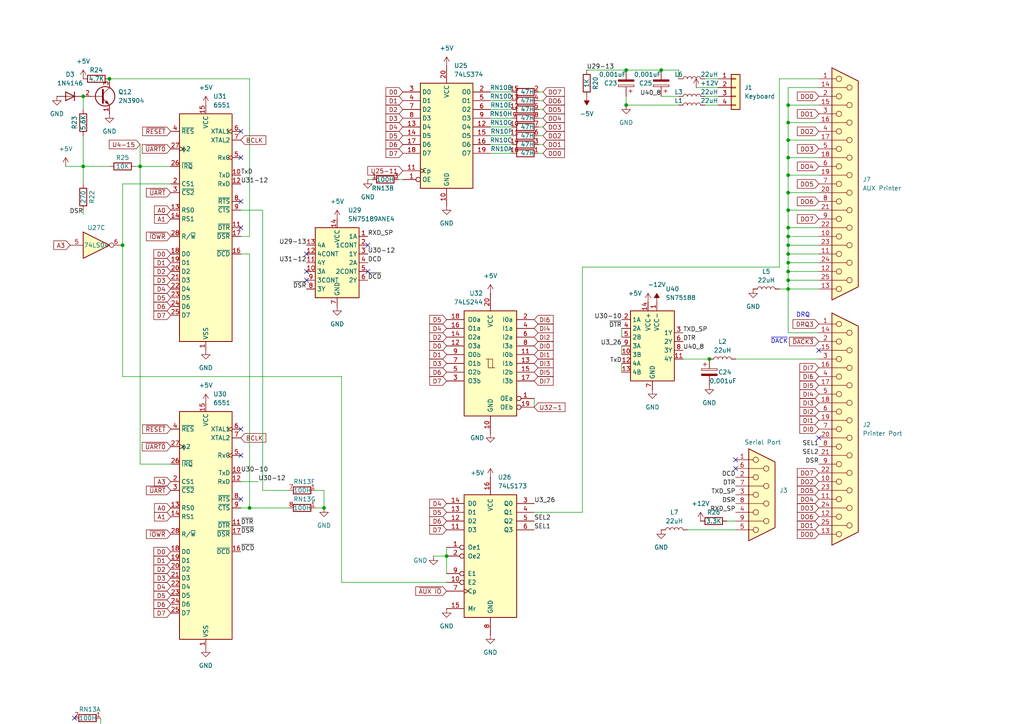
<source format=kicad_sch>
(kicad_sch (version 20250114) (generator "eeschema") (generator_version "9.0")
  (paper "A4")
  (title_block (title "C10-040-0115") (date "10/12/1982") (rev "5") (company "Cromemco"))
  (lib_symbols
    (symbol "74xx:74LS04"
      (property "Reference" "U" (at 0 1.27 0))
      (property "Value" "74LS04" (at 0 -1.27 0))
      (symbol "74LS04_1_0"
        (pin input line (at -7.62 0 0) (length 3.81) (name "~") (number "1"))
        (pin output inverted (at 7.62 0 180) (length 3.81) (name "~") (number "2"))
      )
      (symbol "74LS04_2_0"
        (pin input line (at -7.62 0 0) (length 3.81) (name "~") (number "3"))
        (pin output inverted (at 7.62 0 180) (length 3.81) (name "~") (number "4"))
      )
      (symbol "74LS04_3_0"
        (pin input line (at -7.62 0 0) (length 3.81) (name "~") (number "5"))
        (pin output inverted (at 7.62 0 180) (length 3.81) (name "~") (number "6"))
      )
      (symbol "74LS04_4_0"
        (pin input line (at -7.62 0 0) (length 3.81) (name "~") (number "9"))
        (pin output inverted (at 7.62 0 180) (length 3.81) (name "~") (number "8"))
      )
      (symbol "74LS04_5_0"
        (pin input line (at -7.62 0 0) (length 3.81) (name "~") (number "11"))
        (pin output inverted (at 7.62 0 180) (length 3.81) (name "~") (number "10"))
      )
      (symbol "74LS04_6_0"
        (pin input line (at -7.62 0 0) (length 3.81) (name "~") (number "13"))
        (pin output inverted (at 7.62 0 180) (length 3.81) (name "~") (number "12"))
      )
      (symbol "74LS04_7_0"
        (pin power_in line (at 0 12.7 270) (length 5.08) (name "VCC") (number "14"))
        (pin power_in line (at 0 -12.7 90) (length 5.08) (name "GND") (number "7"))
      )
    )
    (symbol "74xx:74LS173" (pin_names (offset 1.016))
      (property "Reference" "U" (at -7.62 19.05 0))
      (property "Value" "74LS173" (at -7.62 -19.05 0))
      (symbol "74LS173_1_0"
        (pin input line (at -12.7 15.24 0) (length 5.08) (name "D0") (number "14"))
        (pin input line (at -12.7 12.7 0) (length 5.08) (name "D1") (number "13"))
        (pin input line (at -12.7 10.16 0) (length 5.08) (name "D2") (number "12"))
        (pin input line (at -12.7 7.62 0) (length 5.08) (name "D3") (number "11"))
        (pin input inverted (at -12.7 2.54 0) (length 5.08) (name "Oe1") (number "1"))
        (pin input inverted (at -12.7 0 0) (length 5.08) (name "Oe2") (number "2"))
        (pin input inverted (at -12.7 -5.08 0) (length 5.08) (name "E1") (number "9"))
        (pin input inverted (at -12.7 -7.62 0) (length 5.08) (name "E2") (number "10"))
        (pin input clock (at -12.7 -10.16 0) (length 5.08) (name "Cp") (number "7"))
        (pin input line (at -12.7 -15.24 0) (length 5.08) (name "Mr") (number "15"))
        (pin power_in line (at 0 22.86 270) (length 5.08) (name "VCC") (number "16"))
        (pin power_in line (at 0 -22.86 90) (length 5.08) (name "GND") (number "8"))
        (pin tri_state line (at 12.7 15.24 180) (length 5.08) (name "Q0") (number "3"))
        (pin tri_state line (at 12.7 12.7 180) (length 5.08) (name "Q1") (number "4"))
        (pin tri_state line (at 12.7 10.16 180) (length 5.08) (name "Q2") (number "5"))
        (pin tri_state line (at 12.7 7.62 180) (length 5.08) (name "Q3") (number "6"))
      )
    )
    (symbol "74xx:74LS244" (pin_names (offset 1.016))
      (property "Reference" "U" (at -7.62 16.51 0))
      (property "Value" "74LS244" (at -7.62 -16.51 0))
      (symbol "74LS244_1_0"
        (pin input line (at -12.7 12.7 0) (length 5.08) (name "I0a") (number "2"))
        (pin input line (at -12.7 10.16 0) (length 5.08) (name "I1a") (number "4"))
        (pin input line (at -12.7 7.62 0) (length 5.08) (name "I2a") (number "6"))
        (pin input line (at -12.7 5.08 0) (length 5.08) (name "I3a") (number "8"))
        (pin input line (at -12.7 2.54 0) (length 5.08) (name "I0b") (number "11"))
        (pin input line (at -12.7 0 0) (length 5.08) (name "I1b") (number "13"))
        (pin input line (at -12.7 -2.54 0) (length 5.08) (name "I2b") (number "15"))
        (pin input line (at -12.7 -5.08 0) (length 5.08) (name "I3b") (number "17"))
        (pin input inverted (at -12.7 -10.16 0) (length 5.08) (name "OEa") (number "1"))
        (pin input inverted (at -12.7 -12.7 0) (length 5.08) (name "OEb") (number "19"))
        (pin power_in line (at 0 20.32 270) (length 5.08) (name "VCC") (number "20"))
        (pin power_in line (at 0 -20.32 90) (length 5.08) (name "GND") (number "10"))
        (pin tri_state line (at 12.7 12.7 180) (length 5.08) (name "O0a") (number "18"))
        (pin tri_state line (at 12.7 10.16 180) (length 5.08) (name "O1a") (number "16"))
        (pin tri_state line (at 12.7 7.62 180) (length 5.08) (name "O2a") (number "14"))
        (pin tri_state line (at 12.7 5.08 180) (length 5.08) (name "O3a") (number "12"))
        (pin tri_state line (at 12.7 2.54 180) (length 5.08) (name "O0b") (number "9"))
        (pin tri_state line (at 12.7 0 180) (length 5.08) (name "O1b") (number "7"))
        (pin tri_state line (at 12.7 -2.54 180) (length 5.08) (name "O2b") (number "5"))
        (pin tri_state line (at 12.7 -5.08 180) (length 5.08) (name "O3b") (number "3"))
      )
    )
    (symbol "74xx:74LS374"
      (property "Reference" "U" (at -7.62 16.51 0))
      (property "Value" "74LS374" (at -7.62 -16.51 0))
      (symbol "74LS374_1_0"
        (pin input line (at -12.7 12.7 0) (length 5.08) (name "D0") (number "3"))
        (pin input line (at -12.7 10.16 0) (length 5.08) (name "D1") (number "4"))
        (pin input line (at -12.7 7.62 0) (length 5.08) (name "D2") (number "7"))
        (pin input line (at -12.7 5.08 0) (length 5.08) (name "D3") (number "8"))
        (pin input line (at -12.7 2.54 0) (length 5.08) (name "D4") (number "13"))
        (pin input line (at -12.7 0 0) (length 5.08) (name "D5") (number "14"))
        (pin input line (at -12.7 -2.54 0) (length 5.08) (name "D6") (number "17"))
        (pin input line (at -12.7 -5.08 0) (length 5.08) (name "D7") (number "18"))
        (pin input clock (at -12.7 -10.16 0) (length 5.08) (name "Cp") (number "11"))
        (pin input inverted (at -12.7 -12.7 0) (length 5.08) (name "OE") (number "1"))
        (pin power_in line (at 0 20.32 270) (length 5.08) (name "VCC") (number "20"))
        (pin power_in line (at 0 -20.32 90) (length 5.08) (name "GND") (number "10"))
        (pin tri_state line (at 12.7 12.7 180) (length 5.08) (name "O0") (number "2"))
        (pin tri_state line (at 12.7 10.16 180) (length 5.08) (name "O1") (number "5"))
        (pin tri_state line (at 12.7 7.62 180) (length 5.08) (name "O2") (number "6"))
        (pin tri_state line (at 12.7 5.08 180) (length 5.08) (name "O3") (number "9"))
        (pin tri_state line (at 12.7 2.54 180) (length 5.08) (name "O4") (number "12"))
        (pin tri_state line (at 12.7 0 180) (length 5.08) (name "O5") (number "15"))
        (pin tri_state line (at 12.7 -2.54 180) (length 5.08) (name "O6") (number "16"))
        (pin tri_state line (at 12.7 -5.08 180) (length 5.08) (name "O7") (number "19"))
      )
    )
    (symbol "Connector:DB25_Socket" (pin_names (offset 1.016) (hide yes))
      (property "Reference" "J" (at 0 34.29 0))
      (property "Value" "DB25_Socket" (at 0 -34.925 0))
      (symbol "DB25_Socket_1_1"
        (pin passive line (at -7.62 30.48 0) (length 3.81) (name "1") (number "1"))
        (pin passive line (at -7.62 27.94 0) (length 3.81) (name "P14") (number "14"))
        (pin passive line (at -7.62 25.4 0) (length 3.81) (name "2") (number "2"))
        (pin passive line (at -7.62 22.86 0) (length 3.81) (name "P15") (number "15"))
        (pin passive line (at -7.62 20.32 0) (length 3.81) (name "3") (number "3"))
        (pin passive line (at -7.62 17.78 0) (length 3.81) (name "P16") (number "16"))
        (pin passive line (at -7.62 15.24 0) (length 3.81) (name "4") (number "4"))
        (pin passive line (at -7.62 12.7 0) (length 3.81) (name "P17") (number "17"))
        (pin passive line (at -7.62 10.16 0) (length 3.81) (name "5") (number "5"))
        (pin passive line (at -7.62 7.62 0) (length 3.81) (name "P18") (number "18"))
        (pin passive line (at -7.62 5.08 0) (length 3.81) (name "6") (number "6"))
        (pin passive line (at -7.62 2.54 0) (length 3.81) (name "P19") (number "19"))
        (pin passive line (at -7.62 0 0) (length 3.81) (name "7") (number "7"))
        (pin passive line (at -7.62 -2.54 0) (length 3.81) (name "P20") (number "20"))
        (pin passive line (at -7.62 -5.08 0) (length 3.81) (name "8") (number "8"))
        (pin passive line (at -7.62 -7.62 0) (length 3.81) (name "P21") (number "21"))
        (pin passive line (at -7.62 -10.16 0) (length 3.81) (name "9") (number "9"))
        (pin passive line (at -7.62 -12.7 0) (length 3.81) (name "P22") (number "22"))
        (pin passive line (at -7.62 -15.24 0) (length 3.81) (name "10") (number "10"))
        (pin passive line (at -7.62 -17.78 0) (length 3.81) (name "P23") (number "23"))
        (pin passive line (at -7.62 -20.32 0) (length 3.81) (name "11") (number "11"))
        (pin passive line (at -7.62 -22.86 0) (length 3.81) (name "P24") (number "24"))
        (pin passive line (at -7.62 -25.4 0) (length 3.81) (name "12") (number "12"))
        (pin passive line (at -7.62 -27.94 0) (length 3.81) (name "P25") (number "25"))
        (pin passive line (at -7.62 -30.48 0) (length 3.81) (name "13") (number "13"))
      )
    )
    (symbol "Connector:DE9_Socket" (pin_names (offset 1.016) (hide yes))
      (property "Reference" "J" (at 0 13.97 0))
      (property "Value" "DE9_Socket" (at 0 -14.605 0))
      (symbol "DE9_Socket_1_1"
        (pin passive line (at -7.62 10.16 0) (length 3.81) (name "1") (number "1"))
        (pin passive line (at -7.62 7.62 0) (length 3.81) (name "6") (number "6"))
        (pin passive line (at -7.62 5.08 0) (length 3.81) (name "2") (number "2"))
        (pin passive line (at -7.62 2.54 0) (length 3.81) (name "7") (number "7"))
        (pin passive line (at -7.62 0 0) (length 3.81) (name "3") (number "3"))
        (pin passive line (at -7.62 -2.54 0) (length 3.81) (name "8") (number "8"))
        (pin passive line (at -7.62 -5.08 0) (length 3.81) (name "4") (number "4"))
        (pin passive line (at -7.62 -7.62 0) (length 3.81) (name "9") (number "9"))
        (pin passive line (at -7.62 -10.16 0) (length 3.81) (name "5") (number "5"))
      )
    )
    (symbol "Connector_Generic:Conn_01x04" (pin_names (offset 1.016) (hide yes))
      (property "Reference" "J" (at 0 5.08 0))
      (property "Value" "Conn_01x04" (at 0 -7.62 0))
      (symbol "Conn_01x04_1_1"
        (pin passive line (at -5.08 2.54 0) (length 3.81) (name "Pin_1") (number "1"))
        (pin passive line (at -5.08 0 0) (length 3.81) (name "Pin_2") (number "2"))
        (pin passive line (at -5.08 -2.54 0) (length 3.81) (name "Pin_3") (number "3"))
        (pin passive line (at -5.08 -5.08 0) (length 3.81) (name "Pin_4") (number "4"))
      )
    )
    (symbol "Cromemco_C10:6551"
      (property "Reference" "U" (at 2.54 38.1 0))
      (property "Value" "6551" (at 2.54 35.56 0))
      (symbol "6551_1_1"
        (pin input line (at -10.16 27.94 0) (length 2.54) (name "~{RES}") (number "4"))
        (pin input clock (at -10.16 22.86 0) (length 2.54) (name "ϕ2") (number "27"))
        (pin open_collector line (at -10.16 17.78 0) (length 2.54) (name "~{IRQ}") (number "26"))
        (pin input line (at -10.16 12.7 0) (length 2.54) (name "CS1") (number "2"))
        (pin input line (at -10.16 10.16 0) (length 2.54) (name "~{CS2}") (number "3"))
        (pin input line (at -10.16 5.08 0) (length 2.54) (name "RS0") (number "13"))
        (pin input line (at -10.16 2.54 0) (length 2.54) (name "RS1") (number "14"))
        (pin input line (at -10.16 -2.54 0) (length 2.54) (name "R/~{W}") (number "28"))
        (pin bidirectional line (at -10.16 -7.62 0) (length 2.54) (name "D0") (number "18"))
        (pin bidirectional line (at -10.16 -10.16 0) (length 2.54) (name "D1") (number "19"))
        (pin bidirectional line (at -10.16 -12.7 0) (length 2.54) (name "D2") (number "20"))
        (pin bidirectional line (at -10.16 -15.24 0) (length 2.54) (name "D3") (number "21"))
        (pin bidirectional line (at -10.16 -17.78 0) (length 2.54) (name "D4") (number "22"))
        (pin bidirectional line (at -10.16 -20.32 0) (length 2.54) (name "D5") (number "23"))
        (pin bidirectional line (at -10.16 -22.86 0) (length 2.54) (name "D6") (number "24"))
        (pin bidirectional line (at -10.16 -25.4 0) (length 2.54) (name "D7") (number "25"))
        (pin power_in line (at 0 35.56 270) (length 2.54) (name "VCC") (number "15"))
        (pin power_in line (at 0 -35.56 90) (length 2.54) (name "VSS") (number "1"))
        (pin input clock (at 10.16 27.94 180) (length 2.54) (name "XTAL1") (number "6"))
        (pin output line (at 10.16 25.4 180) (length 2.54) (name "XTAL2") (number "7"))
        (pin bidirectional clock (at 10.16 20.32 180) (length 2.54) (name "RxC") (number "5"))
        (pin output line (at 10.16 15.24 180) (length 2.54) (name "TxD") (number "10"))
        (pin input line (at 10.16 12.7 180) (length 2.54) (name "RxD") (number "12"))
        (pin output line (at 10.16 7.62 180) (length 2.54) (name "~{RTS}") (number "8"))
        (pin input line (at 10.16 5.08 180) (length 2.54) (name "~{CTS}") (number "9"))
        (pin output line (at 10.16 0 180) (length 2.54) (name "~{DTR}") (number "11"))
        (pin input line (at 10.16 -2.54 180) (length 2.54) (name "~{DSR}") (number "17"))
        (pin input line (at 10.16 -7.62 180) (length 2.54) (name "~{DCD}") (number "16"))
      )
    )
    (symbol "Cromemco_C10:SN75188"
      (property "Reference" "U" (at 11.43 7.62 0))
      (property "Value" "SN75188" (at 11.43 5.08 0))
      (symbol "SN75188_1_1"
        (pin input line (at -8.89 0 0) (length 2.54) (name "1A") (number "2"))
        (pin input line (at -8.89 -2.54 0) (length 2.54) (name "2A") (number "4"))
        (pin input line (at -8.89 -5.08 0) (length 2.54) (name "2B") (number "5"))
        (pin input line (at -8.89 -7.62 0) (length 2.54) (name "3A") (number "9"))
        (pin input line (at -8.89 -10.16 0) (length 2.54) (name "3B") (number "10"))
        (pin input line (at -8.89 -12.7 0) (length 2.54) (name "4A") (number "12"))
        (pin input line (at -8.89 -15.24 0) (length 2.54) (name "4B") (number "13"))
        (pin power_in line (at -1.27 5.08 270) (length 2.54) (name "VCC+") (number "14"))
        (pin power_in line (at 0 -20.32 90) (length 2.54) (name "GND") (number "7"))
        (pin power_in line (at 1.27 5.08 270) (length 2.54) (name "VCC-") (number "1"))
        (pin output line (at 8.89 -3.81 180) (length 2.54) (name "1Y") (number "3"))
        (pin output line (at 8.89 -6.35 180) (length 2.54) (name "2Y") (number "6"))
        (pin output line (at 8.89 -8.89 180) (length 2.54) (name "3Y") (number "8"))
        (pin output line (at 8.89 -11.43 180) (length 2.54) (name "4Y") (number "11"))
      )
    )
    (symbol "Cromemco_C10:SN75189ANE4"
      (property "Reference" "U" (at 11.43 7.62 0))
      (property "Value" "SN75189ANE4" (at 11.43 5.08 0))
      (symbol "SN75189ANE4_1_1"
        (pin input line (at -8.89 0 0) (length 2.54) (name "1A") (number "1"))
        (pin input line (at -8.89 -2.54 0) (length 2.54) (name "1CONT") (number "2"))
        (pin output line (at -8.89 -5.08 0) (length 2.54) (name "1Y") (number "3"))
        (pin input line (at -8.89 -7.62 0) (length 2.54) (name "2A") (number "4"))
        (pin input line (at -8.89 -10.16 0) (length 2.54) (name "2CONT") (number "5"))
        (pin output line (at -8.89 -12.7 0) (length 2.54) (name "2Y") (number "6"))
        (pin power_in line (at 0 5.08 270) (length 2.54) (name "VCC") (number "14"))
        (pin power_in line (at 0 -20.32 90) (length 2.54) (name "GND") (number "7"))
        (pin input line (at 8.89 -2.54 180) (length 2.54) (name "4A") (number "13"))
        (pin input line (at 8.89 -5.08 180) (length 2.54) (name "4CONT") (number "12"))
        (pin output line (at 8.89 -7.62 180) (length 2.54) (name "4Y") (number "11"))
        (pin input line (at 8.89 -10.16 180) (length 2.54) (name "3A") (number "10"))
        (pin input line (at 8.89 -12.7 180) (length 2.54) (name "3CONT") (number "9"))
        (pin output line (at 8.89 -15.24 180) (length 2.54) (name "3Y") (number "8"))
      )
    )
    (symbol "Device:C_Polarized" (pin_numbers (hide yes)) (pin_names (offset 0.254))
      (property "Reference" "C" (at 0.635 2.54 0))
      (property "Value" "C_Polarized" (at 0.635 -2.54 0))
      (symbol "C_Polarized_1_1"
        (pin passive line (at 0 3.81 270) (length 2.794) (name "~") (number "1"))
        (pin passive line (at 0 -3.81 90) (length 2.794) (name "~") (number "2"))
      )
    )
    (symbol "Device:L" (pin_numbers (hide yes)) (pin_names (offset 1.016) (hide yes))
      (property "Reference" "L" (at -1.27 0 90))
      (property "Value" "L" (at 1.905 0 90))
      (symbol "L_1_1"
        (pin passive line (at 0 3.81 270) (length 1.27) (name "1") (number "1"))
        (pin passive line (at 0 -3.81 90) (length 1.27) (name "2") (number "2"))
      )
    )
    (symbol "Device:R" (pin_numbers (hide yes)) (pin_names (offset 0))
      (property "Reference" "R" (at 2.032 0 90))
      (property "Value" "R" (at 0 0 90))
      (symbol "R_1_1"
        (pin passive line (at 0 3.81 270) (length 1.27) (name "~") (number "1"))
        (pin passive line (at 0 -3.81 90) (length 1.27) (name "~") (number "2"))
      )
    )
    (symbol "Device:R_Network08_Split" (pin_names (offset 0) (hide yes))
      (property "Reference" "RN" (at 2.032 0 90))
      (property "Value" "R_Network08_Split" (at 0 0 90))
      (symbol "R_Network08_Split_0_1"
        (pin passive line (at 0 3.81 270) (length 1.27) (name "R1") (number "1"))
      )
      (symbol "R_Network08_Split_1_1"
        (pin passive line (at 0 -3.81 90) (length 1.27) (name "R1.2") (number "2"))
      )
      (symbol "R_Network08_Split_2_1"
        (pin passive line (at 0 -3.81 90) (length 1.27) (name "R2.2") (number "3"))
      )
      (symbol "R_Network08_Split_3_1"
        (pin passive line (at 0 -3.81 90) (length 1.27) (name "R3.2") (number "4"))
      )
      (symbol "R_Network08_Split_4_1"
        (pin passive line (at 0 -3.81 90) (length 1.27) (name "R4.2") (number "5"))
      )
      (symbol "R_Network08_Split_5_1"
        (pin passive line (at 0 -3.81 90) (length 1.27) (name "R5.2") (number "6"))
      )
      (symbol "R_Network08_Split_6_1"
        (pin passive line (at 0 -3.81 90) (length 1.27) (name "R6.2") (number "7"))
      )
      (symbol "R_Network08_Split_7_1"
        (pin passive line (at 0 -3.81 90) (length 1.27) (name "R7.2") (number "8"))
      )
      (symbol "R_Network08_Split_8_1"
        (pin passive line (at 0 -3.81 90) (length 1.27) (name "R8.2") (number "9"))
      )
    )
    (symbol "Device:R_Pack08_Split" (pin_names (offset 0) (hide yes))
      (property "Reference" "RN" (at 2.032 0 90))
      (property "Value" "R_Pack08_Split" (at 0 0 90))
      (symbol "R_Pack08_Split_1_1"
        (pin passive line (at 0 3.81 270) (length 1.27) (name "R1.2") (number "16"))
        (pin passive line (at 0 -3.81 90) (length 1.27) (name "R1.1") (number "1"))
      )
      (symbol "R_Pack08_Split_2_1"
        (pin passive line (at 0 3.81 270) (length 1.27) (name "R2.2") (number "15"))
        (pin passive line (at 0 -3.81 90) (length 1.27) (name "R2.1") (number "2"))
      )
      (symbol "R_Pack08_Split_3_1"
        (pin passive line (at 0 3.81 270) (length 1.27) (name "R3.2") (number "14"))
        (pin passive line (at 0 -3.81 90) (length 1.27) (name "R3.1") (number "3"))
      )
      (symbol "R_Pack08_Split_4_1"
        (pin passive line (at 0 3.81 270) (length 1.27) (name "R4.2") (number "13"))
        (pin passive line (at 0 -3.81 90) (length 1.27) (name "R4.1") (number "4"))
      )
      (symbol "R_Pack08_Split_5_1"
        (pin passive line (at 0 3.81 270) (length 1.27) (name "R5.2") (number "12"))
        (pin passive line (at 0 -3.81 90) (length 1.27) (name "R5.1") (number "5"))
      )
      (symbol "R_Pack08_Split_6_1"
        (pin passive line (at 0 3.81 270) (length 1.27) (name "R6.2") (number "11"))
        (pin passive line (at 0 -3.81 90) (length 1.27) (name "R6.1") (number "6"))
      )
      (symbol "R_Pack08_Split_7_1"
        (pin passive line (at 0 3.81 270) (length 1.27) (name "R7.2") (number "10"))
        (pin passive line (at 0 -3.81 90) (length 1.27) (name "R7.1") (number "7"))
      )
      (symbol "R_Pack08_Split_8_1"
        (pin passive line (at 0 3.81 270) (length 1.27) (name "R8.2") (number "9"))
        (pin passive line (at 0 -3.81 90) (length 1.27) (name "R8.1") (number "8"))
      )
    )
    (symbol "Diode:1N914" (pin_numbers (hide yes)) (pin_names (hide yes))
      (property "Reference" "D" (at 0 2.54 0))
      (property "Value" "1N914" (at 0 -2.54 0))
      (symbol "1N914_1_1"
        (pin passive line (at -3.81 0 0) (length 2.54) (name "K") (number "1"))
        (pin passive line (at 3.81 0 180) (length 2.54) (name "A") (number "2"))
      )
    )
    (symbol "Transistor_BJT:2N3904" (pin_names (offset 0) (hide yes))
      (property "Reference" "Q" (at 5.08 1.905 0))
      (property "Value" "2N3904" (at 5.08 0 0))
      (symbol "2N3904_1_1"
        (pin input line (at -5.08 0 0) (length 2.54) (name "B") (number "2"))
        (pin passive line (at 2.54 5.08 270) (length 2.54) (name "C") (number "3"))
        (pin passive line (at 2.54 -5.08 90) (length 2.54) (name "E") (number "1"))
      )
    )
    (symbol "power:+12V" (power) (pin_numbers (hide yes)) (pin_names (offset 0) (hide yes))
      (property "Value" "+12V" (at 0 3.556 0))
      (symbol "+12V_1_1"
        (pin power_in line (at 0 0 90) (length 0) (name "~") (number "1"))
      )
    )
    (symbol "power:+5V" (power) (pin_numbers (hide yes)) (pin_names (offset 0) (hide yes))
      (property "Value" "+5V" (at 0 3.556 0))
      (symbol "+5V_1_1"
        (pin power_in line (at 0 0 90) (length 0) (name "~") (number "1"))
      )
    )
    (symbol "power:-12V" (power) (pin_numbers (hide yes)) (pin_names (offset 0) (hide yes))
      (property "Value" "-12V" (at 0 3.556 0))
      (symbol "-12V_0_0"
        (pin power_in line (at 0 0 90) (length 0) (name "~") (number "1"))
      )
    )
    (symbol "power:-5V" (power) (pin_numbers (hide yes)) (pin_names (offset 0) (hide yes))
      (property "Value" "-5V" (at 0 3.556 0))
      (symbol "-5V_0_0"
        (pin power_in line (at 0 0 90) (length 0) (name "~") (number "1"))
      )
    )
    (symbol "power:GND" (power) (pin_numbers (hide yes)) (pin_names (offset 0) (hide yes))
      (property "Value" "GND" (at 0 -3.81 0))
      (symbol "GND_1_1"
        (pin power_in line (at 0 0 270) (length 0) (name "~") (number "1"))
      )
    )
  )
  (text "DRQ" (at 234.95 91.44 0) (effects (font (size 1.27 1.27)) (justify right)))
  (text "~{DACK}" (at 228.6 99.06 0) (effects (font (size 1.27 1.27)) (justify right)))
  (junction (at 228.6 68.58))
  (junction (at 24.13 27.94))
  (junction (at 228.6 60.96))
  (junction (at 205.74 104.14))
  (junction (at 228.6 73.66))
  (junction (at 228.6 30.48))
  (junction (at 228.6 45.72))
  (junction (at 29.21 226.06))
  (junction (at 129.54 161.29))
  (junction (at 228.6 40.64))
  (junction (at 181.61 20.32))
  (junction (at 72.39 147.32))
  (junction (at 191.77 20.32))
  (junction (at 228.6 66.04))
  (junction (at 31.75 22.86))
  (junction (at 228.6 35.56))
  (junction (at 228.6 71.12))
  (junction (at 228.6 55.88))
  (junction (at 228.6 78.74))
  (junction (at 228.6 81.28))
  (junction (at 228.6 50.8))
  (junction (at 29.21 243.84))
  (junction (at 93.98 147.32))
  (junction (at 24.13 48.26))
  (junction (at 29.21 234.95))
  (junction (at 181.61 30.48))
  (junction (at 228.6 76.2))
  (junction (at 228.6 83.82))
  (junction (at 40.64 48.26))
  (junction (at 35.56 71.12))
  (junction (at 29.21 251.46))
  (no_connect (at 69.85 144.78))
  (no_connect (at 88.9 81.28))
  (no_connect (at 88.9 78.74))
  (no_connect (at 69.85 45.72))
  (no_connect (at 213.36 135.89))
  (no_connect (at 21.59 234.95))
  (no_connect (at 88.9 73.66))
  (no_connect (at 106.68 78.74))
  (no_connect (at 69.85 124.46))
  (no_connect (at 21.59 226.06))
  (no_connect (at 106.68 71.12))
  (no_connect (at 213.36 133.35))
  (no_connect (at 237.49 101.6))
  (no_connect (at 69.85 58.42))
  (no_connect (at 21.59 243.84))
  (no_connect (at 69.85 38.1))
  (no_connect (at 21.59 208.28))
  (no_connect (at 21.59 251.46))
  (no_connect (at 237.49 127))
  (no_connect (at 69.85 66.04))
  (no_connect (at 69.85 132.08))
  (wire (pts (xy 74.93 139.7) (xy 69.85 139.7)))
  (wire (pts (xy 157.48 31.75) (xy 156.21 31.75)))
  (wire (pts (xy 99.06 168.91) (xy 99.06 109.22)))
  (wire (pts (xy 228.6 73.66) (xy 228.6 76.2)))
  (wire (pts (xy 29.21 243.84) (xy 29.21 251.46)))
  (wire (pts (xy 228.6 76.2) (xy 237.49 76.2)))
  (wire (pts (xy 228.6 71.12) (xy 237.49 71.12)))
  (wire (pts (xy 180.34 95.25) (xy 180.34 97.79)))
  (wire (pts (xy 142.24 39.37) (xy 148.59 39.37)))
  (wire (pts (xy 91.44 147.32) (xy 93.98 147.32)))
  (wire (pts (xy 157.48 39.37) (xy 156.21 39.37)))
  (wire (pts (xy 76.2 142.24) (xy 83.82 142.24)))
  (wire (pts (xy 210.82 151.13) (xy 213.36 151.13)))
  (wire (pts (xy 125.73 161.29) (xy 129.54 161.29)))
  (wire (pts (xy 228.6 73.66) (xy 237.49 73.66)))
  (wire (pts (xy 19.05 48.26) (xy 24.13 48.26)))
  (wire (pts (xy 181.61 30.48) (xy 196.85 30.48)))
  (wire (pts (xy 24.13 39.37) (xy 24.13 48.26)))
  (wire (pts (xy 154.94 115.57) (xy 154.94 118.11)))
  (wire (pts (xy 72.39 73.66) (xy 69.85 73.66)))
  (wire (pts (xy 142.24 44.45) (xy 148.59 44.45)))
  (wire (pts (xy 228.6 35.56) (xy 237.49 35.56)))
  (wire (pts (xy 204.47 30.48) (xy 208.28 30.48)))
  (wire (pts (xy 226.06 77.47) (xy 168.91 77.47)))
  (wire (pts (xy 40.64 48.26) (xy 40.64 134.62)))
  (wire (pts (xy 191.77 27.94) (xy 196.85 27.94)))
  (wire (pts (xy 228.6 35.56) (xy 228.6 40.64)))
  (wire (pts (xy 228.6 25.4) (xy 237.49 25.4)))
  (wire (pts (xy 35.56 71.12) (xy 35.56 53.34)))
  (wire (pts (xy 213.36 104.14) (xy 237.49 104.14)))
  (wire (pts (xy 228.6 76.2) (xy 228.6 78.74)))
  (wire (pts (xy 228.6 96.52) (xy 228.6 83.82)))
  (wire (pts (xy 226.06 83.82) (xy 228.6 83.82)))
  (wire (pts (xy 228.6 30.48) (xy 237.49 30.48)))
  (wire (pts (xy 228.6 60.96) (xy 237.49 60.96)))
  (wire (pts (xy 228.6 50.8) (xy 237.49 50.8)))
  (wire (pts (xy 157.48 34.29) (xy 156.21 34.29)))
  (wire (pts (xy 142.24 36.83) (xy 148.59 36.83)))
  (wire (pts (xy 204.47 22.86) (xy 208.28 22.86)))
  (wire (pts (xy 228.6 30.48) (xy 228.6 35.56)))
  (wire (pts (xy 91.44 142.24) (xy 93.98 142.24)))
  (wire (pts (xy 76.2 60.96) (xy 76.2 142.24)))
  (wire (pts (xy 228.6 66.04) (xy 228.6 68.58)))
  (wire (pts (xy 226.06 22.86) (xy 237.49 22.86)))
  (wire (pts (xy 69.85 60.96) (xy 76.2 60.96)))
  (wire (pts (xy 228.6 68.58) (xy 228.6 71.12)))
  (wire (pts (xy 204.47 27.94) (xy 208.28 27.94)))
  (wire (pts (xy 228.6 81.28) (xy 237.49 81.28)))
  (wire (pts (xy 29.21 234.95) (xy 29.21 243.84)))
  (wire (pts (xy 129.54 158.75) (xy 129.54 161.29)))
  (wire (pts (xy 168.91 148.59) (xy 168.91 77.47)))
  (wire (pts (xy 157.48 26.67) (xy 156.21 26.67)))
  (wire (pts (xy 237.49 96.52) (xy 228.6 96.52)))
  (wire (pts (xy 24.13 27.94) (xy 24.13 31.75)))
  (wire (pts (xy 72.39 147.32) (xy 72.39 73.66)))
  (wire (pts (xy 72.39 68.58) (xy 69.85 68.58)))
  (wire (pts (xy 40.64 48.26) (xy 49.53 48.26)))
  (wire (pts (xy 228.6 78.74) (xy 228.6 81.28)))
  (wire (pts (xy 35.56 71.12) (xy 35.56 109.22)))
  (wire (pts (xy 181.61 30.48) (xy 181.61 27.94)))
  (wire (pts (xy 142.24 41.91) (xy 148.59 41.91)))
  (wire (pts (xy 116.84 52.07) (xy 115.57 52.07)))
  (wire (pts (xy 93.98 142.24) (xy 93.98 147.32)))
  (wire (pts (xy 170.18 20.32) (xy 181.61 20.32)))
  (wire (pts (xy 157.48 29.21) (xy 156.21 29.21)))
  (wire (pts (xy 228.6 60.96) (xy 228.6 66.04)))
  (wire (pts (xy 180.34 100.33) (xy 180.34 102.87)))
  (wire (pts (xy 228.6 71.12) (xy 228.6 73.66)))
  (wire (pts (xy 129.54 168.91) (xy 99.06 168.91)))
  (wire (pts (xy 24.13 62.23) (xy 24.13 60.96)))
  (wire (pts (xy 196.85 20.32) (xy 191.77 20.32)))
  (wire (pts (xy 228.6 66.04) (xy 237.49 66.04)))
  (wire (pts (xy 142.24 34.29) (xy 148.59 34.29)))
  (wire (pts (xy 157.48 41.91) (xy 156.21 41.91)))
  (wire (pts (xy 31.75 22.86) (xy 72.39 22.86)))
  (wire (pts (xy 69.85 147.32) (xy 72.39 147.32)))
  (wire (pts (xy 199.39 153.67) (xy 213.36 153.67)))
  (wire (pts (xy 157.48 36.83) (xy 156.21 36.83)))
  (wire (pts (xy 157.48 44.45) (xy 156.21 44.45)))
  (wire (pts (xy 142.24 29.21) (xy 148.59 29.21)))
  (wire (pts (xy 154.94 148.59) (xy 168.91 148.59)))
  (wire (pts (xy 228.6 55.88) (xy 237.49 55.88)))
  (wire (pts (xy 196.85 22.86) (xy 196.85 20.32)))
  (wire (pts (xy 228.6 83.82) (xy 228.6 81.28)))
  (wire (pts (xy 228.6 45.72) (xy 237.49 45.72)))
  (wire (pts (xy 24.13 48.26) (xy 31.75 48.26)))
  (wire (pts (xy 228.6 78.74) (xy 237.49 78.74)))
  (wire (pts (xy 24.13 53.34) (xy 24.13 48.26)))
  (wire (pts (xy 29.21 226.06) (xy 29.21 234.95)))
  (wire (pts (xy 40.64 134.62) (xy 49.53 134.62)))
  (wire (pts (xy 198.12 104.14) (xy 205.74 104.14)))
  (wire (pts (xy 142.24 26.67) (xy 148.59 26.67)))
  (wire (pts (xy 180.34 105.41) (xy 180.34 107.95)))
  (wire (pts (xy 228.6 68.58) (xy 237.49 68.58)))
  (wire (pts (xy 72.39 22.86) (xy 72.39 68.58)))
  (wire (pts (xy 72.39 147.32) (xy 83.82 147.32)))
  (wire (pts (xy 237.49 83.82) (xy 228.6 83.82)))
  (wire (pts (xy 228.6 40.64) (xy 237.49 40.64)))
  (wire (pts (xy 226.06 22.86) (xy 226.06 77.47)))
  (wire (pts (xy 35.56 53.34) (xy 49.53 53.34)))
  (wire (pts (xy 228.6 50.8) (xy 228.6 55.88)))
  (wire (pts (xy 181.61 20.32) (xy 191.77 20.32)))
  (wire (pts (xy 40.64 41.91) (xy 40.64 48.26)))
  (wire (pts (xy 106.68 52.07) (xy 107.95 52.07)))
  (wire (pts (xy 228.6 25.4) (xy 228.6 30.48)))
  (wire (pts (xy 201.93 25.4) (xy 208.28 25.4)))
  (wire (pts (xy 228.6 45.72) (xy 228.6 50.8)))
  (wire (pts (xy 142.24 31.75) (xy 148.59 31.75)))
  (wire (pts (xy 39.37 48.26) (xy 40.64 48.26)))
  (wire (pts (xy 99.06 109.22) (xy 35.56 109.22)))
  (wire (pts (xy 29.21 208.28) (xy 29.21 226.06)))
  (wire (pts (xy 228.6 55.88) (xy 228.6 60.96)))
  (wire (pts (xy 228.6 40.64) (xy 228.6 45.72)))
  (wire (pts (xy 129.54 161.29) (xy 129.54 166.37)))
  (label "U29-13" (at 170.18 20.32 0))
  (label "U3_26" (at 180.34 100.33 180))
  (label "DSR" (at 213.36 146.05 180))
  (label "U30-12" (at 106.68 73.66 0))
  (label "~{DCD}" (at 106.68 81.28 0))
  (label "~{DTR}" (at 180.34 95.25 180))
  (label "U30-10" (at 69.85 137.16 0))
  (label "~{DCD}" (at 69.85 160.02 0))
  (label "TxD" (at 180.34 105.41 180))
  (label "DTR" (at 213.36 140.97 180))
  (label "U29-13" (at 88.9 71.12 180))
  (label "U30-10" (at 180.34 92.71 180))
  (label "RXD_SP" (at 106.68 68.58 0))
  (label "SEL1" (at 237.49 129.54 180))
  (label "~{DSR}" (at 88.9 83.82 180))
  (label "SEL1" (at 154.94 153.67 0))
  (label "SEL2" (at 154.94 151.13 0))
  (label "DCD" (at 213.36 138.43 180))
  (label "DCD" (at 106.68 76.2 0))
  (label "U40_8" (at 198.12 101.6 0))
  (label "U40_8" (at 191.77 27.94 180))
  (label "TXD_SP" (at 198.12 96.52 0))
  (label "U31-12" (at 69.85 53.34 0))
  (label "U30-12" (at 74.93 139.7 0))
  (label "DSR" (at 237.49 134.62 180))
  (label "TXD_SP" (at 213.36 143.51 180))
  (label "U31-12" (at 88.9 76.2 180))
  (label "TxD" (at 69.85 50.8 0))
  (label "DSR" (at 24.13 62.23 180))
  (label "SEL2" (at 237.49 132.08 180))
  (label "~{DTR}" (at 69.85 152.4 0))
  (label "RXD_SP" (at 213.36 148.59 180))
  (label "DTR" (at 198.12 99.06 0))
  (label "U3_26" (at 154.94 146.05 0))
  (label "~{DSR}" (at 69.85 154.94 0))
  (global_label "DO7" (shape input) (at 237.49 137.16 180) (property "Intersheetrefs" "${INTERSHEET_REFS}" (effects (hide yes))))
  (global_label "D2" (shape input) (at 49.53 165.1 180) (property "Intersheetrefs" "${INTERSHEET_REFS}" (effects (hide yes))))
  (global_label "DI4" (shape input) (at 154.94 95.25 0) (property "Intersheetrefs" "${INTERSHEET_REFS}" (effects (hide yes))))
  (global_label "DO4" (shape input) (at 237.49 48.26 180) (property "Intersheetrefs" "${INTERSHEET_REFS}" (effects (hide yes))))
  (global_label "DI4" (shape input) (at 237.49 114.3 180) (property "Intersheetrefs" "${INTERSHEET_REFS}" (effects (hide yes))))
  (global_label "DO7" (shape input) (at 237.49 63.5 180) (property "Intersheetrefs" "${INTERSHEET_REFS}" (effects (hide yes))))
  (global_label "A1" (shape input) (at 49.53 149.86 180) (property "Intersheetrefs" "${INTERSHEET_REFS}" (effects (hide yes))))
  (global_label "D5" (shape input) (at 129.54 148.59 180) (property "Intersheetrefs" "${INTERSHEET_REFS}" (effects (hide yes))))
  (global_label "~{UART0}" (shape input) (at 49.53 43.18 180) (property "Intersheetrefs" "${INTERSHEET_REFS}" (effects (hide yes))))
  (global_label "DO1" (shape input) (at 157.48 41.91 0) (property "Intersheetrefs" "${INTERSHEET_REFS}" (effects (hide yes))))
  (global_label "DO6" (shape input) (at 157.48 29.21 0) (property "Intersheetrefs" "${INTERSHEET_REFS}" (effects (hide yes))))
  (global_label "A0" (shape input) (at 49.53 147.32 180) (property "Intersheetrefs" "${INTERSHEET_REFS}" (effects (hide yes))))
  (global_label "DI5" (shape input) (at 154.94 107.95 0) (property "Intersheetrefs" "${INTERSHEET_REFS}" (effects (hide yes))))
  (global_label "DO0" (shape input) (at 237.49 154.94 180) (property "Intersheetrefs" "${INTERSHEET_REFS}" (effects (hide yes))))
  (global_label "D7" (shape input) (at 49.53 177.8 180) (property "Intersheetrefs" "${INTERSHEET_REFS}" (effects (hide yes))))
  (global_label "DRQ3" (shape input) (at 237.49 93.98 180) (property "Intersheetrefs" "${INTERSHEET_REFS}" (effects (hide yes))))
  (global_label "D2" (shape input) (at 129.54 97.79 180) (property "Intersheetrefs" "${INTERSHEET_REFS}" (effects (hide yes))))
  (global_label "D1" (shape input) (at 49.53 162.56 180) (property "Intersheetrefs" "${INTERSHEET_REFS}" (effects (hide yes))))
  (global_label "U32-1" (shape input) (at 154.94 118.11 0) (property "Intersheetrefs" "${INTERSHEET_REFS}" (effects (hide yes))))
  (global_label "D7" (shape input) (at 129.54 153.67 180) (property "Intersheetrefs" "${INTERSHEET_REFS}" (effects (hide yes))))
  (global_label "D6" (shape input) (at 116.84 41.91 180) (property "Intersheetrefs" "${INTERSHEET_REFS}" (effects (hide yes))))
  (global_label "D3" (shape input) (at 129.54 105.41 180) (property "Intersheetrefs" "${INTERSHEET_REFS}" (effects (hide yes))))
  (global_label "~{AUX IO}" (shape input) (at 129.54 171.45 180) (property "Intersheetrefs" "${INTERSHEET_REFS}" (effects (hide yes))))
  (global_label "~{UART0}" (shape input) (at 49.53 129.54 180) (property "Intersheetrefs" "${INTERSHEET_REFS}" (effects (hide yes))))
  (global_label "DO4" (shape input) (at 237.49 144.78 180) (property "Intersheetrefs" "${INTERSHEET_REFS}" (effects (hide yes))))
  (global_label "D5" (shape input) (at 49.53 86.36 180) (property "Intersheetrefs" "${INTERSHEET_REFS}" (effects (hide yes))))
  (global_label "D6" (shape input) (at 129.54 151.13 180) (property "Intersheetrefs" "${INTERSHEET_REFS}" (effects (hide yes))))
  (global_label "D2" (shape input) (at 49.53 78.74 180) (property "Intersheetrefs" "${INTERSHEET_REFS}" (effects (hide yes))))
  (global_label "DO3" (shape input) (at 157.48 36.83 0) (property "Intersheetrefs" "${INTERSHEET_REFS}" (effects (hide yes))))
  (global_label "D4" (shape input) (at 129.54 146.05 180) (property "Intersheetrefs" "${INTERSHEET_REFS}" (effects (hide yes))))
  (global_label "DI3" (shape input) (at 154.94 105.41 0) (property "Intersheetrefs" "${INTERSHEET_REFS}" (effects (hide yes))))
  (global_label "D4" (shape input) (at 129.54 95.25 180) (property "Intersheetrefs" "${INTERSHEET_REFS}" (effects (hide yes))))
  (global_label "D1" (shape input) (at 116.84 29.21 180) (property "Intersheetrefs" "${INTERSHEET_REFS}" (effects (hide yes))))
  (global_label "D2" (shape input) (at 116.84 31.75 180) (property "Intersheetrefs" "${INTERSHEET_REFS}" (effects (hide yes))))
  (global_label "~{RESET}" (shape input) (at 49.53 124.46 180) (property "Intersheetrefs" "${INTERSHEET_REFS}" (effects (hide yes))))
  (global_label "~{DACK3}" (shape input) (at 237.49 99.06 180) (property "Intersheetrefs" "${INTERSHEET_REFS}" (effects (hide yes))))
  (global_label "D5" (shape input) (at 116.84 39.37 180) (property "Intersheetrefs" "${INTERSHEET_REFS}" (effects (hide yes))))
  (global_label "DI2" (shape input) (at 154.94 97.79 0) (property "Intersheetrefs" "${INTERSHEET_REFS}" (effects (hide yes))))
  (global_label "DO5" (shape input) (at 157.48 31.75 0) (property "Intersheetrefs" "${INTERSHEET_REFS}" (effects (hide yes))))
  (global_label "A1" (shape input) (at 49.53 63.5 180) (property "Intersheetrefs" "${INTERSHEET_REFS}" (effects (hide yes))))
  (global_label "D1" (shape input) (at 49.53 76.2 180) (property "Intersheetrefs" "${INTERSHEET_REFS}" (effects (hide yes))))
  (global_label "DI7" (shape input) (at 154.94 110.49 0) (property "Intersheetrefs" "${INTERSHEET_REFS}" (effects (hide yes))))
  (global_label "~{UART}" (shape input) (at 49.53 55.88 180) (property "Intersheetrefs" "${INTERSHEET_REFS}" (effects (hide yes))))
  (global_label "D4" (shape input) (at 49.53 83.82 180) (property "Intersheetrefs" "${INTERSHEET_REFS}" (effects (hide yes))))
  (global_label "D7" (shape input) (at 129.54 110.49 180) (property "Intersheetrefs" "${INTERSHEET_REFS}" (effects (hide yes))))
  (global_label "D6" (shape input) (at 129.54 107.95 180) (property "Intersheetrefs" "${INTERSHEET_REFS}" (effects (hide yes))))
  (global_label "A3" (shape input) (at 20.32 71.12 180) (property "Intersheetrefs" "${INTERSHEET_REFS}" (effects (hide yes))))
  (global_label "D5" (shape input) (at 49.53 172.72 180) (property "Intersheetrefs" "${INTERSHEET_REFS}" (effects (hide yes))))
  (global_label "DO2" (shape input) (at 237.49 139.7 180) (property "Intersheetrefs" "${INTERSHEET_REFS}" (effects (hide yes))))
  (global_label "DI1" (shape input) (at 154.94 102.87 0) (property "Intersheetrefs" "${INTERSHEET_REFS}" (effects (hide yes))))
  (global_label "DI1" (shape input) (at 237.49 121.92 180) (property "Intersheetrefs" "${INTERSHEET_REFS}" (effects (hide yes))))
  (global_label "U4-15" (shape input) (at 40.64 41.91 180) (property "Intersheetrefs" "${INTERSHEET_REFS}" (effects (hide yes))))
  (global_label "DO5" (shape input) (at 237.49 142.24 180) (property "Intersheetrefs" "${INTERSHEET_REFS}" (effects (hide yes))))
  (global_label "D0" (shape input) (at 49.53 73.66 180) (property "Intersheetrefs" "${INTERSHEET_REFS}" (effects (hide yes))))
  (global_label "~{RESET}" (shape input) (at 49.53 38.1 180) (property "Intersheetrefs" "${INTERSHEET_REFS}" (effects (hide yes))))
  (global_label "D6" (shape input) (at 49.53 88.9 180) (property "Intersheetrefs" "${INTERSHEET_REFS}" (effects (hide yes))))
  (global_label "D7" (shape input) (at 116.84 44.45 180) (property "Intersheetrefs" "${INTERSHEET_REFS}" (effects (hide yes))))
  (global_label "DO2" (shape input) (at 237.49 38.1 180) (property "Intersheetrefs" "${INTERSHEET_REFS}" (effects (hide yes))))
  (global_label "A0" (shape input) (at 49.53 60.96 180) (property "Intersheetrefs" "${INTERSHEET_REFS}" (effects (hide yes))))
  (global_label "DO0" (shape input) (at 157.48 44.45 0) (property "Intersheetrefs" "${INTERSHEET_REFS}" (effects (hide yes))))
  (global_label "DI5" (shape input) (at 237.49 111.76 180) (property "Intersheetrefs" "${INTERSHEET_REFS}" (effects (hide yes))))
  (global_label "DO5" (shape input) (at 237.49 53.34 180) (property "Intersheetrefs" "${INTERSHEET_REFS}" (effects (hide yes))))
  (global_label "D4" (shape input) (at 116.84 36.83 180) (property "Intersheetrefs" "${INTERSHEET_REFS}" (effects (hide yes))))
  (global_label "DO1" (shape input) (at 237.49 152.4 180) (property "Intersheetrefs" "${INTERSHEET_REFS}" (effects (hide yes))))
  (global_label "D4" (shape input) (at 49.53 170.18 180) (property "Intersheetrefs" "${INTERSHEET_REFS}" (effects (hide yes))))
  (global_label "D5" (shape input) (at 129.54 92.71 180) (property "Intersheetrefs" "${INTERSHEET_REFS}" (effects (hide yes))))
  (global_label "DO7" (shape input) (at 157.48 26.67 0) (property "Intersheetrefs" "${INTERSHEET_REFS}" (effects (hide yes))))
  (global_label "DO4" (shape input) (at 157.48 34.29 0) (property "Intersheetrefs" "${INTERSHEET_REFS}" (effects (hide yes))))
  (global_label "DO3" (shape input) (at 237.49 147.32 180) (property "Intersheetrefs" "${INTERSHEET_REFS}" (effects (hide yes))))
  (global_label "D7" (shape input) (at 49.53 91.44 180) (property "Intersheetrefs" "${INTERSHEET_REFS}" (effects (hide yes))))
  (global_label "D0" (shape input) (at 49.53 160.02 180) (property "Intersheetrefs" "${INTERSHEET_REFS}" (effects (hide yes))))
  (global_label "DO0" (shape input) (at 237.49 27.94 180) (property "Intersheetrefs" "${INTERSHEET_REFS}" (effects (hide yes))))
  (global_label "DI2" (shape input) (at 237.49 119.38 180) (property "Intersheetrefs" "${INTERSHEET_REFS}" (effects (hide yes))))
  (global_label "D3" (shape input) (at 49.53 81.28 180) (property "Intersheetrefs" "${INTERSHEET_REFS}" (effects (hide yes))))
  (global_label "DO3" (shape input) (at 237.49 43.18 180) (property "Intersheetrefs" "${INTERSHEET_REFS}" (effects (hide yes))))
  (global_label "U25-11" (shape input) (at 116.84 49.53 180) (property "Intersheetrefs" "${INTERSHEET_REFS}" (effects (hide yes))))
  (global_label "DI0" (shape input) (at 154.94 100.33 0) (property "Intersheetrefs" "${INTERSHEET_REFS}" (effects (hide yes))))
  (global_label "DO1" (shape input) (at 237.49 33.02 180) (property "Intersheetrefs" "${INTERSHEET_REFS}" (effects (hide yes))))
  (global_label "DI0" (shape input) (at 237.49 124.46 180) (property "Intersheetrefs" "${INTERSHEET_REFS}" (effects (hide yes))))
  (global_label "DO6" (shape input) (at 237.49 149.86 180) (property "Intersheetrefs" "${INTERSHEET_REFS}" (effects (hide yes))))
  (global_label "D1" (shape input) (at 129.54 102.87 180) (property "Intersheetrefs" "${INTERSHEET_REFS}" (effects (hide yes))))
  (global_label "D3" (shape input) (at 116.84 34.29 180) (property "Intersheetrefs" "${INTERSHEET_REFS}" (effects (hide yes))))
  (global_label "DO6" (shape input) (at 237.49 58.42 180) (property "Intersheetrefs" "${INTERSHEET_REFS}" (effects (hide yes))))
  (global_label "DI6" (shape input) (at 237.49 109.22 180) (property "Intersheetrefs" "${INTERSHEET_REFS}" (effects (hide yes))))
  (global_label "~{IOWR}" (shape input) (at 49.53 68.58 180) (property "Intersheetrefs" "${INTERSHEET_REFS}" (effects (hide yes))))
  (global_label "A3" (shape input) (at 49.53 139.7 180) (property "Intersheetrefs" "${INTERSHEET_REFS}" (effects (hide yes))))
  (global_label "D0" (shape input) (at 116.84 26.67 180) (property "Intersheetrefs" "${INTERSHEET_REFS}" (effects (hide yes))))
  (global_label "DI3" (shape input) (at 237.49 116.84 180) (property "Intersheetrefs" "${INTERSHEET_REFS}" (effects (hide yes))))
  (global_label "D6" (shape input) (at 49.53 175.26 180) (property "Intersheetrefs" "${INTERSHEET_REFS}" (effects (hide yes))))
  (global_label "DO2" (shape input) (at 157.48 39.37 0) (property "Intersheetrefs" "${INTERSHEET_REFS}" (effects (hide yes))))
  (global_label "~{IOWR}" (shape input) (at 49.53 154.94 180) (property "Intersheetrefs" "${INTERSHEET_REFS}" (effects (hide yes))))
  (global_label "D3" (shape input) (at 49.53 167.64 180) (property "Intersheetrefs" "${INTERSHEET_REFS}" (effects (hide yes))))
  (global_label "DI6" (shape input) (at 154.94 92.71 0) (property "Intersheetrefs" "${INTERSHEET_REFS}" (effects (hide yes))))
  (global_label "~{UART}" (shape input) (at 49.53 142.24 180) (property "Intersheetrefs" "${INTERSHEET_REFS}" (effects (hide yes))))
  (global_label "DI7" (shape input) (at 237.49 106.68 180) (property "Intersheetrefs" "${INTERSHEET_REFS}" (effects (hide yes))))
  (global_label "D0" (shape input) (at 129.54 100.33 180) (property "Intersheetrefs" "${INTERSHEET_REFS}" (effects (hide yes))))
  (global_label "BCLK" (shape input) (at 69.85 127 0) (property "Intersheetrefs" "${INTERSHEET_REFS}" (effects (hide yes))))
  (global_label "BCLK" (shape input) (at 69.85 40.64 0) (property "Intersheetrefs" "${INTERSHEET_REFS}" (effects (hide yes))))
  (symbol (lib_id "Cromemco_C10:6551") (at 59.69 66.04 0) (unit 1)
    (property "Reference" "U31" (at 61.8333 27.94 0) (effects (justify left)))
    (property "Value" "6551" (at 61.8333 30.48 0) (effects (justify left)))
    (property "Footprint" "Package_DIP:DIP-28_W15.24mm" (effects (hide yes)))
    (property "Datasheet" "http://www.6502.org/documents/datasheets/mos/mos_6551_acia.pdf" (effects (hide yes)))
    (property "Description" "NMOS Asynchronous Communication Interface Adapter (ACIA), Serial UART, DIP-28" (effects (hide yes)))
  )
  (symbol (lib_id "power:GND") (at 189.23 113.03 0) (unit 1)
    (property "Reference" "#PWR0131" (effects (hide yes)))
    (property "Value" "GND" (at 189.23 118.11 0))
    (property "Description" "Power symbol creates a global label with name \"GND\" , ground" (effects (hide yes)))
  )
  (symbol (lib_id "Device:R_Network08_Split") (at 25.4 251.46 270) (unit 8)
    (property "Reference" "RN13" (at 22.86 248.92 90) (effects (justify left)))
    (property "Value" "100H" (at 22.86 251.46 90) (effects (justify left)))
    (property "Footprint" "Resistor_THT:R_Array_SIP9" (effects (hide yes)))
    (property "Datasheet" "http://www.vishay.com/docs/31509/csc.pdf" (effects (hide yes)))
    (property "Description" "8 resistor network, star topology, bussed resistors, split" (effects (hide yes)))
  )
  (symbol (lib_id "Device:R_Pack08_Split") (at 152.4 36.83 90) (mirror x) (unit 7)
    (property "Reference" "RN10" (at 148.59 35.56 90) (effects (justify left)))
    (property "Value" "47H" (at 154.94 36.83 90) (effects (justify left)))
    (property "Description" "8 resistor network, parallel topology, split" (effects (hide yes)))
  )
  (symbol (lib_id "Device:R_Network08_Split") (at 25.4 234.95 270) (unit 4)
    (property "Reference" "RN13" (at 22.86 232.41 90) (effects (justify left)))
    (property "Value" "100H" (at 22.86 234.95 90) (effects (justify left)))
    (property "Footprint" "Resistor_THT:R_Array_SIP9" (effects (hide yes)))
    (property "Datasheet" "http://www.vishay.com/docs/31509/csc.pdf" (effects (hide yes)))
    (property "Description" "8 resistor network, star topology, bussed resistors, split" (effects (hide yes)))
  )
  (symbol (lib_id "Diode:1N914") (at 20.32 27.94 180) (unit 1)
    (property "Reference" "D3" (at 20.32 21.59 0))
    (property "Value" "1N4146" (at 20.32 24.13 0))
    (property "Footprint" "Diode_THT:D_DO-35_SOD27_P7.62mm_Horizontal" (effects (hide yes)))
    (property "Datasheet" "http://www.vishay.com/docs/85622/1n914.pdf" (effects (hide yes)))
    (property "Description" "100V 0.3A Small Signal Fast Switching Diode, DO-35" (effects (hide yes)))
    (property "Sim.Device" "D" (effects (hide yes)))
    (property "Sim.Pins" "1=K 2=A" (effects (hide yes)))
  )
  (symbol (lib_id "power:+5V") (at 142.24 138.43 0) (unit 1)
    (property "Reference" "#PWR0116" (effects (hide yes)))
    (property "Value" "+5V" (at 138.43 137.16 0))
    (property "Description" "Power symbol creates a global label with name \"+5V\"" (effects (hide yes)))
  )
  (symbol (lib_id "power:+12V") (at 203.2 151.13 0) (unit 1)
    (property "Reference" "#PWR0137" (effects (hide yes)))
    (property "Value" "+12V" (at 203.2 146.05 0))
    (property "Description" "Power symbol creates a global label with name \"+12V\"" (effects (hide yes)))
  )
  (symbol (lib_id "power:+5V") (at 59.69 116.84 0) (unit 1)
    (property "Reference" "#PWR0111" (effects (hide yes)))
    (property "Value" "+5V" (at 59.69 111.76 0))
    (property "Description" "Power symbol creates a global label with name \"+5V\"" (effects (hide yes)))
  )
  (symbol (lib_id "74xx:74LS173") (at 142.24 161.29 0) (unit 1)
    (property "Reference" "U26" (at 144.3833 138.43 0) (effects (justify left)))
    (property "Value" "74LS173" (at 144.3833 140.97 0) (effects (justify left)))
    (property "Datasheet" "http://www.ti.com/lit/gpn/sn74LS173" (effects (hide yes)))
    (property "Description" "4-bit D-type Register, 3 state out" (effects (hide yes)))
  )
  (symbol (lib_id "Connector:DB25_Socket") (at 245.11 124.46 0) (unit 1)
    (property "Reference" "J2" (at 250.19 123.1899 0) (effects (justify left)))
    (property "Value" "Printer Port" (at 250.19 125.7299 0) (effects (justify left)))
    (property "Description" "25-pin D-SUB connector, socket (female)" (effects (hide yes)))
  )
  (symbol (lib_id "Cromemco_C10:SN75188") (at 189.23 92.71 0) (unit 1)
    (property "Reference" "U40" (at 193.04 83.82 0) (effects (justify left)))
    (property "Value" "SN75188" (at 193.04 86.36 0) (effects (justify left)))
    (property "Footprint" "Package_DIP:DIP-14_W7.62mm" (effects (hide yes)))
    (property "Datasheet" "http://www.ti.com/lit/ds/symlink/sn75189.pdf" (effects (hide yes)))
    (property "Description" "RS-232 Interface IC Quadruple Line Receiver" (effects (hide yes)))
    (property "Height" "5.08" (effects (hide yes)))
    (property "Manufacturer_Name" "Texas Instruments" (effects (hide yes)))
    (property "Manufacturer_Part_Number" "SN75189ANE4" (effects (hide yes)))
    (property "Mouser Part Number" "595-SN75189ANE4" (effects (hide yes)))
    (property "Arrow Part Number" "SN75189ANE4" (effects (hide yes)))
    (property "Arrow Price/Stock" "https://www.arrow.com/en/products/sn75189ane4/texas-instruments" (effects (hide yes)))
  )
  (symbol (lib_id "power:GND") (at 142.24 125.73 0) (mirror y) (unit 1)
    (property "Reference" "#PWR0118" (effects (hide yes)))
    (property "Value" "GND" (at 138.43 127 0))
    (property "Description" "Power symbol creates a global label with name \"GND\" , ground" (effects (hide yes)))
  )
  (symbol (lib_id "Device:R") (at 207.01 151.13 270) (unit 1)
    (property "Reference" "R26" (at 207.01 148.59 90))
    (property "Value" "3.3K" (at 207.01 151.13 90))
    (property "Description" "Resistor" (effects (hide yes)))
  )
  (symbol (lib_id "Device:R") (at 170.18 24.13 0) (unit 1)
    (property "Reference" "R20" (at 172.72 24.13 90))
    (property "Value" "1K" (at 170.18 24.13 90))
    (property "Description" "Resistor" (effects (hide yes)))
  )
  (symbol (lib_id "power:GND") (at 29.21 251.46 0) (unit 1)
    (property "Reference" "#PWR0132" (effects (hide yes)))
    (property "Value" "GND" (at 29.21 256.54 0))
    (property "Description" "Power symbol creates a global label with name \"GND\" , ground" (effects (hide yes)))
  )
  (symbol (lib_id "power:GND") (at 59.69 101.6 0) (unit 1)
    (property "Reference" "#PWR0106" (effects (hide yes)))
    (property "Value" "GND" (at 59.69 106.68 0))
    (property "Description" "Power symbol creates a global label with name \"GND\" , ground" (effects (hide yes)))
  )
  (symbol (lib_id "Device:C_Polarized") (at 191.77 24.13 180) (unit 1)
    (property "Reference" "C25" (at 189.23 24.13 0) (effects (justify left)))
    (property "Value" "0,001uF" (at 191.77 21.59 0) (effects (justify left)))
    (property "Description" "Polarized capacitor" (effects (hide yes)))
  )
  (symbol (lib_id "Device:R_Pack08_Split") (at 152.4 31.75 90) (mirror x) (unit 5)
    (property "Reference" "RN10" (at 148.59 30.48 90) (effects (justify left)))
    (property "Value" "47H" (at 154.94 31.75 90) (effects (justify left)))
    (property "Description" "8 resistor network, parallel topology, split" (effects (hide yes)))
  )
  (symbol (lib_id "power:GND") (at 191.77 153.67 0) (unit 1)
    (property "Reference" "#PWR0127" (effects (hide yes)))
    (property "Value" "GND" (at 191.77 158.75 0))
    (property "Description" "Power symbol creates a global label with name \"GND\" , ground" (effects (hide yes)))
  )
  (symbol (lib_id "Device:R_Network08_Split") (at 87.63 142.24 270) (unit 6)
    (property "Reference" "RN13" (at 85.09 139.7 90) (effects (justify left)))
    (property "Value" "100H" (at 85.09 142.24 90) (effects (justify left)))
    (property "Footprint" "Resistor_THT:R_Array_SIP9" (effects (hide yes)))
    (property "Datasheet" "http://www.vishay.com/docs/31509/csc.pdf" (effects (hide yes)))
    (property "Description" "8 resistor network, star topology, bussed resistors, split" (effects (hide yes)))
  )
  (symbol (lib_id "power:GND") (at 31.75 33.02 0) (unit 1)
    (property "Reference" "#PWR0109" (effects (hide yes)))
    (property "Value" "GND" (at 31.75 38.1 0))
    (property "Description" "Power symbol creates a global label with name \"GND\" , ground" (effects (hide yes)))
  )
  (symbol (lib_id "power:GND") (at 218.44 83.82 0) (unit 1)
    (property "Reference" "#PWR0123" (effects (hide yes)))
    (property "Value" "GND" (at 218.44 88.9 0))
    (property "Description" "Power symbol creates a global label with name \"GND\" , ground" (effects (hide yes)))
  )
  (symbol (lib_id "Device:R") (at 24.13 35.56 180) (unit 1)
    (property "Reference" "R23" (at 21.59 35.56 90))
    (property "Value" "5,6K" (at 24.13 35.56 90))
    (property "Description" "Resistor" (effects (hide yes)))
  )
  (symbol (lib_id "power:GND") (at 181.61 30.48 0) (unit 1)
    (property "Reference" "#PWR0125" (effects (hide yes)))
    (property "Value" "GND" (at 181.61 35.56 0))
    (property "Description" "Power symbol creates a global label with name \"GND\" , ground" (effects (hide yes)))
  )
  (symbol (lib_id "Device:L") (at 200.66 30.48 90) (unit 1)
    (property "Reference" "L1" (at 196.85 29.21 90))
    (property "Value" "22uH" (at 205.74 29.21 90))
    (property "Description" "Inductor" (effects (hide yes)))
  )
  (symbol (lib_id "Device:R_Pack08_Split") (at 152.4 26.67 90) (mirror x) (unit 2)
    (property "Reference" "RN10" (at 148.59 25.4 90) (effects (justify left)))
    (property "Value" "47H" (at 154.94 26.67 90) (effects (justify left)))
    (property "Description" "8 resistor network, parallel topology, split" (effects (hide yes)))
  )
  (symbol (lib_id "74xx:74LS244") (at 142.24 105.41 0) (mirror y) (unit 1)
    (property "Reference" "U32" (at 140.0967 85.09 0) (effects (justify left)))
    (property "Value" "74LS244" (at 140.0967 87.63 0) (effects (justify left)))
    (property "Datasheet" "http://www.ti.com/lit/ds/symlink/sn74ls244.pdf" (effects (hide yes)))
    (property "Description" "Octal Buffer and Line Driver With 3-State Output, active-low enables, non-inverting outputs" (effects (hide yes)))
  )
  (symbol (lib_id "Device:R") (at 27.94 22.86 270) (mirror x) (unit 1)
    (property "Reference" "R24" (at 27.94 20.32 90))
    (property "Value" "4,7K" (at 27.94 22.86 90))
    (property "Description" "Resistor" (effects (hide yes)))
  )
  (symbol (lib_id "Device:R_Network08_Split") (at 87.63 147.32 270) (unit 7)
    (property "Reference" "RN13" (at 85.09 144.78 90) (effects (justify left)))
    (property "Value" "100H" (at 85.09 147.32 90) (effects (justify left)))
    (property "Footprint" "Resistor_THT:R_Array_SIP9" (effects (hide yes)))
    (property "Datasheet" "http://www.vishay.com/docs/31509/csc.pdf" (effects (hide yes)))
    (property "Description" "8 resistor network, star topology, bussed resistors, split" (effects (hide yes)))
  )
  (symbol (lib_id "Connector:DE9_Socket") (at 220.98 143.51 0) (unit 1)
    (property "Reference" "J3" (at 226.06 142.2399 0) (effects (justify left)))
    (property "Value" "Serial Port" (at 215.9 128.27 0) (effects (justify left)))
    (property "Description" "9-pin D-SUB connector, socket (female)" (effects (hide yes)))
  )
  (symbol (lib_id "power:+5V") (at 97.79 63.5 0) (unit 1)
    (property "Reference" "#PWR0128" (effects (hide yes)))
    (property "Value" "+5V" (at 97.79 58.42 0))
    (property "Description" "Power symbol creates a global label with name \"+5V\"" (effects (hide yes)))
  )
  (symbol (lib_id "power:GND") (at 125.73 161.29 0) (unit 1)
    (property "Reference" "#PWR0121" (effects (hide yes)))
    (property "Value" "GND" (at 121.92 162.56 0))
    (property "Description" "Power symbol creates a global label with name \"GND\" , ground" (effects (hide yes)))
  )
  (symbol (lib_id "power:GND") (at 97.79 88.9 0) (mirror y) (unit 1)
    (property "Reference" "#PWR0129" (effects (hide yes)))
    (property "Value" "GND" (at 97.79 93.98 0))
    (property "Description" "Power symbol creates a global label with name \"GND\" , ground" (effects (hide yes)))
  )
  (symbol (lib_id "power:+5V") (at 19.05 48.26 0) (unit 1)
    (property "Reference" "#PWR0107" (effects (hide yes)))
    (property "Value" "+5V" (at 19.05 43.18 0))
    (property "Description" "Power symbol creates a global label with name \"+5V\"" (effects (hide yes)))
  )
  (symbol (lib_id "Device:R_Pack08_Split") (at 152.4 34.29 90) (mirror x) (unit 8)
    (property "Reference" "RN10" (at 148.59 33.02 90) (effects (justify left)))
    (property "Value" "47H" (at 154.94 34.29 90) (effects (justify left)))
    (property "Description" "8 resistor network, parallel topology, split" (effects (hide yes)))
  )
  (symbol (lib_id "power:+5V") (at 129.54 19.05 0) (unit 1)
    (property "Reference" "#PWR0114" (effects (hide yes)))
    (property "Value" "+5V" (at 129.54 13.97 0))
    (property "Description" "Power symbol creates a global label with name \"+5V\"" (effects (hide yes)))
  )
  (symbol (lib_id "power:GND") (at 205.74 111.76 0) (unit 1)
    (property "Reference" "#PWR0136" (effects (hide yes)))
    (property "Value" "GND" (at 205.74 116.84 0))
    (property "Description" "Power symbol creates a global label with name \"GND\" , ground" (effects (hide yes)))
  )
  (symbol (lib_id "Device:R_Pack08_Split") (at 152.4 39.37 90) (mirror x) (unit 6)
    (property "Reference" "RN10" (at 148.59 38.1 90) (effects (justify left)))
    (property "Value" "47H" (at 154.94 39.37 90) (effects (justify left)))
    (property "Description" "8 resistor network, parallel topology, split" (effects (hide yes)))
  )
  (symbol (lib_id "power:-5V") (at 170.18 27.94 180) (unit 1)
    (property "Reference" "#PWR0126" (effects (hide yes)))
    (property "Value" "-5V" (at 170.18 33.02 0))
    (property "Description" "Power symbol creates a global label with name \"-5V\"" (effects (hide yes)))
  )
  (symbol (lib_id "Transistor_BJT:2N3904") (at 29.21 27.94 0) (unit 1)
    (property "Reference" "Q12" (at 34.29 26.6699 0) (effects (justify left)))
    (property "Value" "2N3904" (at 34.29 29.2099 0) (effects (justify left)))
    (property "Footprint" "Package_TO_SOT_THT:TO-92_Inline" (effects (hide yes)))
    (property "Datasheet" "https://www.onsemi.com/pub/Collateral/2N3903-D.PDF" (effects (hide yes)))
    (property "Description" "0.2A Ic, 40V Vce, Small Signal NPN Transistor, TO-92" (effects (hide yes)))
  )
  (symbol (lib_id "Device:L") (at 200.66 27.94 90) (unit 1)
    (property "Reference" "L3" (at 196.85 26.67 90))
    (property "Value" "22uH" (at 205.74 26.67 90))
    (property "Description" "Inductor" (effects (hide yes)))
  )
  (symbol (lib_id "Device:R_Network08_Split") (at 25.4 226.06 270) (unit 3)
    (property "Reference" "RN13" (at 22.86 223.52 90) (effects (justify left)))
    (property "Value" "100H" (at 22.86 226.06 90) (effects (justify left)))
    (property "Footprint" "Resistor_THT:R_Array_SIP9" (effects (hide yes)))
    (property "Datasheet" "http://www.vishay.com/docs/31509/csc.pdf" (effects (hide yes)))
    (property "Description" "8 resistor network, star topology, bussed resistors, split" (effects (hide yes)))
  )
  (symbol (lib_id "Device:R") (at 24.13 57.15 0) (unit 1)
    (property "Reference" "R22" (at 26.67 57.15 90))
    (property "Value" "270" (at 24.13 57.15 90))
    (property "Description" "Resistor" (effects (hide yes)))
  )
  (symbol (lib_id "power:+5V") (at 24.13 22.86 0) (mirror y) (unit 1)
    (property "Reference" "#PWR0108" (effects (hide yes)))
    (property "Value" "+5V" (at 24.13 17.78 0))
    (property "Description" "Power symbol creates a global label with name \"+5V\"" (effects (hide yes)))
  )
  (symbol (lib_id "Device:R_Network08_Split") (at 25.4 208.28 270) (unit 1)
    (property "Reference" "RN13" (at 22.86 205.74 90) (effects (justify left)))
    (property "Value" "100H" (at 22.86 208.28 90) (effects (justify left)))
    (property "Footprint" "Resistor_THT:R_Array_SIP9" (effects (hide yes)))
    (property "Datasheet" "http://www.vishay.com/docs/31509/csc.pdf" (effects (hide yes)))
    (property "Description" "8 resistor network, star topology, bussed resistors, split" (effects (hide yes)))
  )
  (symbol (lib_id "power:-12V") (at 190.5 87.63 0) (unit 1)
    (property "Reference" "#PWR0130" (effects (hide yes)))
    (property "Value" "-12V" (at 190.5 82.55 0))
    (property "Description" "Power symbol creates a global label with name \"-12V\"" (effects (hide yes)))
  )
  (symbol (lib_id "power:+12V") (at 201.93 25.4 0) (unit 1)
    (property "Reference" "#PWR0124" (effects (hide yes)))
    (property "Value" "+12V" (at 205.74 24.13 0))
    (property "Description" "Power symbol creates a global label with name \"+12V\"" (effects (hide yes)))
  )
  (symbol (lib_id "Cromemco_C10:SN75189ANE4") (at 97.79 68.58 0) (mirror y) (unit 1)
    (property "Reference" "U29" (at 100.9081 60.96 0) (effects (justify right)))
    (property "Value" "SN75189ANE4" (at 100.9081 63.5 0) (effects (justify right)))
    (property "Footprint" "Package_DIP:DIP-14_W7.62mm" (effects (hide yes)))
    (property "Datasheet" "http://www.ti.com/lit/ds/symlink/sn75189.pdf" (effects (hide yes)))
    (property "Description" "RS-232 Interface IC Quadruple Line Receiver" (effects (hide yes)))
    (property "Height" "5.08" (effects (hide yes)))
    (property "Manufacturer_Name" "Texas Instruments" (effects (hide yes)))
    (property "Manufacturer_Part_Number" "SN75189ANE4" (effects (hide yes)))
    (property "Mouser Part Number" "595-SN75189ANE4" (effects (hide yes)))
    (property "Arrow Part Number" "SN75189ANE4" (effects (hide yes)))
    (property "Arrow Price/Stock" "https://www.arrow.com/en/products/sn75189ane4/texas-instruments" (effects (hide yes)))
  )
  (symbol (lib_id "Connector:DB25_Socket") (at 245.11 53.34 0) (unit 1)
    (property "Reference" "J7" (at 250.19 52.0699 0) (effects (justify left)))
    (property "Value" "AUX Printer" (at 250.19 54.6099 0) (effects (justify left)))
    (property "Description" "25-pin D-SUB connector, socket (female)" (effects (hide yes)))
  )
  (symbol (lib_id "74xx:74LS374") (at 129.54 39.37 0) (unit 1)
    (property "Reference" "U25" (at 131.6833 19.05 0) (effects (justify left)))
    (property "Value" "74LS374" (at 131.6833 21.59 0) (effects (justify left)))
    (property "Datasheet" "http://www.ti.com/lit/gpn/sn74LS374" (effects (hide yes)))
    (property "Description" "8-bit Register, 3-state outputs" (effects (hide yes)))
  )
  (symbol (lib_id "power:+5V") (at 142.24 85.09 0) (mirror y) (unit 1)
    (property "Reference" "#PWR0115" (effects (hide yes)))
    (property "Value" "+5V" (at 142.24 80.01 0))
    (property "Description" "Power symbol creates a global label with name \"+5V\"" (effects (hide yes)))
  )
  (symbol (lib_id "Device:L") (at 200.66 22.86 90) (unit 1)
    (property "Reference" "L6" (at 196.85 21.59 90))
    (property "Value" "22uH" (at 205.74 21.59 90))
    (property "Description" "Inductor" (effects (hide yes)))
  )
  (symbol (lib_id "Device:L") (at 222.25 83.82 90) (unit 1)
    (property "Reference" "L5" (at 222.25 78.74 90))
    (property "Value" "22uH" (at 222.25 81.28 90))
    (property "Description" "Inductor" (effects (hide yes)))
  )
  (symbol (lib_id "Device:L") (at 209.55 104.14 90) (unit 1)
    (property "Reference" "L2" (at 209.55 99.06 90))
    (property "Value" "22uH" (at 209.55 101.6 90))
    (property "Description" "Inductor" (effects (hide yes)))
  )
  (symbol (lib_id "power:GND") (at 16.51 27.94 0) (unit 1)
    (property "Reference" "#PWR0110" (effects (hide yes)))
    (property "Value" "GND" (at 16.51 33.02 0))
    (property "Description" "Power symbol creates a global label with name \"GND\" , ground" (effects (hide yes)))
  )
  (symbol (lib_id "Device:R") (at 35.56 48.26 90) (unit 1)
    (property "Reference" "R25" (at 35.56 45.72 90))
    (property "Value" "10K" (at 35.56 48.26 90))
    (property "Description" "Resistor" (effects (hide yes)))
  )
  (symbol (lib_id "Device:L") (at 195.58 153.67 90) (unit 1)
    (property "Reference" "L7" (at 195.58 148.59 90))
    (property "Value" "22uH" (at 195.58 151.13 90))
    (property "Description" "Inductor" (effects (hide yes)))
  )
  (symbol (lib_id "Device:R_Pack08_Split") (at 152.4 41.91 90) (mirror x) (unit 3)
    (property "Reference" "RN10" (at 148.59 40.64 90) (effects (justify left)))
    (property "Value" "47H" (at 154.94 41.91 90) (effects (justify left)))
    (property "Description" "8 resistor network, parallel topology, split" (effects (hide yes)))
  )
  (symbol (lib_id "Device:R_Network08_Split") (at 111.76 52.07 90) (unit 2)
    (property "Reference" "RN13" (at 114.3 54.61 90) (effects (justify left)))
    (property "Value" "100H" (at 114.3 52.07 90) (effects (justify left)))
    (property "Footprint" "Resistor_THT:R_Array_SIP9" (effects (hide yes)))
    (property "Datasheet" "http://www.vishay.com/docs/31509/csc.pdf" (effects (hide yes)))
    (property "Description" "8 resistor network, star topology, bussed resistors, split" (effects (hide yes)))
  )
  (symbol (lib_id "power:GND") (at 106.68 52.07 0) (unit 1)
    (property "Reference" "#PWR0120" (effects (hide yes)))
    (property "Value" "GND" (at 106.68 57.15 0))
    (property "Description" "Power symbol creates a global label with name \"GND\" , ground" (effects (hide yes)))
  )
  (symbol (lib_id "power:GND") (at 93.98 147.32 0) (unit 1)
    (property "Reference" "#PWR0113" (effects (hide yes)))
    (property "Value" "GND" (at 93.98 152.4 0))
    (property "Description" "Power symbol creates a global label with name \"GND\" , ground" (effects (hide yes)))
  )
  (symbol (lib_id "Cromemco_C10:6551") (at 59.69 152.4 0) (unit 1)
    (property "Reference" "U30" (at 61.8333 114.3 0) (effects (justify left)))
    (property "Value" "6551" (at 61.8333 116.84 0) (effects (justify left)))
    (property "Footprint" "Package_DIP:DIP-28_W15.24mm" (effects (hide yes)))
    (property "Datasheet" "http://www.6502.org/documents/datasheets/mos/mos_6551_acia.pdf" (effects (hide yes)))
    (property "Description" "NMOS Asynchronous Communication Interface Adapter (ACIA), Serial UART, DIP-28" (effects (hide yes)))
  )
  (symbol (lib_id "power:GND") (at 142.24 184.15 0) (unit 1)
    (property "Reference" "#PWR0117" (effects (hide yes)))
    (property "Value" "GND" (at 142.24 189.23 0))
    (property "Description" "Power symbol creates a global label with name \"GND\" , ground" (effects (hide yes)))
  )
  (symbol (lib_id "power:GND") (at 129.54 59.69 0) (unit 1)
    (property "Reference" "#PWR0119" (effects (hide yes)))
    (property "Value" "GND" (at 129.54 64.77 0))
    (property "Description" "Power symbol creates a global label with name \"GND\" , ground" (effects (hide yes)))
  )
  (symbol (lib_id "Device:C_Polarized") (at 181.61 24.13 180) (unit 1)
    (property "Reference" "C23" (at 179.07 24.13 0) (effects (justify left)))
    (property "Value" "0,001uF" (at 181.61 21.59 0) (effects (justify left)))
    (property "Description" "Polarized capacitor" (effects (hide yes)))
  )
  (symbol (lib_id "Device:R_Network08_Split") (at 25.4 243.84 270) (unit 5)
    (property "Reference" "RN13" (at 22.86 241.3 90) (effects (justify left)))
    (property "Value" "100H" (at 22.86 243.84 90) (effects (justify left)))
    (property "Footprint" "Resistor_THT:R_Array_SIP9" (effects (hide yes)))
    (property "Datasheet" "http://www.vishay.com/docs/31509/csc.pdf" (effects (hide yes)))
    (property "Description" "8 resistor network, star topology, bussed resistors, split" (effects (hide yes)))
  )
  (symbol (lib_id "power:+5V") (at 187.96 87.63 0) (mirror y) (unit 1)
    (property "Reference" "#PWR0135" (effects (hide yes)))
    (property "Value" "+5V" (at 184.15 85.09 0))
    (property "Description" "Power symbol creates a global label with name \"+5V\"" (effects (hide yes)))
  )
  (symbol (lib_id "power:+5V") (at 59.69 30.48 0) (unit 1)
    (property "Reference" "#PWR0105" (effects (hide yes)))
    (property "Value" "+5V" (at 59.69 25.4 0))
    (property "Description" "Power symbol creates a global label with name \"+5V\"" (effects (hide yes)))
  )
  (symbol (lib_id "74xx:74LS04") (at 27.94 71.12 0) (unit 3)
    (property "Reference" "U27" (at 27.94 66.04 0))
    (property "Value" "74LS04" (at 27.94 71.12 0))
    (property "Datasheet" "http://www.ti.com/lit/gpn/sn74LS04" (effects (hide yes)))
    (property "Description" "Hex Inverter" (effects (hide yes)))
  )
  (symbol (lib_id "Device:R_Pack08_Split") (at 152.4 29.21 90) (mirror x) (unit 4)
    (property "Reference" "RN10" (at 148.59 27.94 90) (effects (justify left)))
    (property "Value" "47H" (at 154.94 29.21 90) (effects (justify left)))
    (property "Description" "8 resistor network, parallel topology, split" (effects (hide yes)))
  )
  (symbol (lib_id "Device:C_Polarized") (at 205.74 107.95 0) (unit 1)
    (property "Reference" "C24" (at 208.28 107.95 0) (effects (justify left)))
    (property "Value" "0,001uF" (at 205.74 110.49 0) (effects (justify left)))
    (property "Description" "Polarized capacitor" (effects (hide yes)))
  )
  (symbol (lib_id "Connector_Generic:Conn_01x04") (at 213.36 25.4 0) (unit 1)
    (property "Reference" "J1" (at 215.9 25.3999 0) (effects (justify left)))
    (property "Value" "Keyboard" (at 215.9 27.9399 0) (effects (justify left)))
    (property "Description" "Generic connector, single row, 01x04, script generated (kicad-library-utils/schlib/autogen/connector/)" (effects (hide yes)))
  )
  (symbol (lib_id "Device:R_Pack08_Split") (at 152.4 44.45 90) (mirror x) (unit 1)
    (property "Reference" "RN10" (at 148.59 43.18 90) (effects (justify left)))
    (property "Value" "47H" (at 154.94 44.45 90) (effects (justify left)))
    (property "Description" "8 resistor network, parallel topology, split" (effects (hide yes)))
  )
  (symbol (lib_id "power:GND") (at 129.54 176.53 0) (unit 1)
    (property "Reference" "#PWR0122" (effects (hide yes)))
    (property "Value" "GND" (at 129.54 181.61 0))
    (property "Description" "Power symbol creates a global label with name \"GND\" , ground" (effects (hide yes)))
  )
  (symbol (lib_id "power:GND") (at 59.69 187.96 0) (unit 1)
    (property "Reference" "#PWR0112" (effects (hide yes)))
    (property "Value" "GND" (at 59.69 193.04 0))
    (property "Description" "Power symbol creates a global label with name \"GND\" , ground" (effects (hide yes)))
  )
)
</source>
